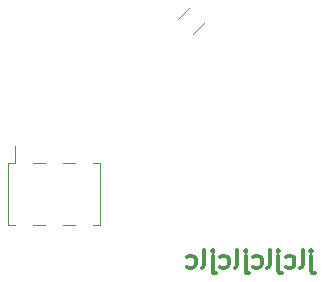
<source format=gbr>
G04 #@! TF.GenerationSoftware,KiCad,Pcbnew,(6.99.0-2452-gdb4f2d9dd8)*
G04 #@! TF.CreationDate,2022-07-21T17:42:46-08:00*
G04 #@! TF.ProjectId,B2,42322e6b-6963-4616-945f-706362585858,rev?*
G04 #@! TF.SameCoordinates,Original*
G04 #@! TF.FileFunction,Legend,Bot*
G04 #@! TF.FilePolarity,Positive*
%FSLAX46Y46*%
G04 Gerber Fmt 4.6, Leading zero omitted, Abs format (unit mm)*
G04 Created by KiCad (PCBNEW (6.99.0-2452-gdb4f2d9dd8)) date 2022-07-21 17:42:46*
%MOMM*%
%LPD*%
G01*
G04 APERTURE LIST*
G04 Aperture macros list*
%AMRoundRect*
0 Rectangle with rounded corners*
0 $1 Rounding radius*
0 $2 $3 $4 $5 $6 $7 $8 $9 X,Y pos of 4 corners*
0 Add a 4 corners polygon primitive as box body*
4,1,4,$2,$3,$4,$5,$6,$7,$8,$9,$2,$3,0*
0 Add four circle primitives for the rounded corners*
1,1,$1+$1,$2,$3*
1,1,$1+$1,$4,$5*
1,1,$1+$1,$6,$7*
1,1,$1+$1,$8,$9*
0 Add four rect primitives between the rounded corners*
20,1,$1+$1,$2,$3,$4,$5,0*
20,1,$1+$1,$4,$5,$6,$7,0*
20,1,$1+$1,$6,$7,$8,$9,0*
20,1,$1+$1,$8,$9,$2,$3,0*%
G04 Aperture macros list end*
%ADD10C,0.300000*%
%ADD11C,0.120000*%
%ADD12C,0.078000*%
%ADD13RoundRect,0.250000X0.159099X-0.724784X0.724784X-0.159099X-0.159099X0.724784X-0.724784X0.159099X0*%
%ADD14R,1.000000X3.150000*%
%ADD15RoundRect,0.250001X0.462499X0.624999X-0.462499X0.624999X-0.462499X-0.624999X0.462499X-0.624999X0*%
G04 APERTURE END LIST*
D10*
X155114285Y-101851071D02*
X155114285Y-103136785D01*
X155114285Y-103136785D02*
X155185713Y-103279642D01*
X155185713Y-103279642D02*
X155328570Y-103351071D01*
X155328570Y-103351071D02*
X155399999Y-103351071D01*
X155114285Y-101351071D02*
X155185713Y-101422500D01*
X155185713Y-101422500D02*
X155114285Y-101493928D01*
X155114285Y-101493928D02*
X155042856Y-101422500D01*
X155042856Y-101422500D02*
X155114285Y-101351071D01*
X155114285Y-101351071D02*
X155114285Y-101493928D01*
X154185713Y-102851071D02*
X154328570Y-102779642D01*
X154328570Y-102779642D02*
X154399999Y-102636785D01*
X154399999Y-102636785D02*
X154399999Y-101351071D01*
X152971428Y-102779642D02*
X153114285Y-102851071D01*
X153114285Y-102851071D02*
X153399999Y-102851071D01*
X153399999Y-102851071D02*
X153542856Y-102779642D01*
X153542856Y-102779642D02*
X153614285Y-102708214D01*
X153614285Y-102708214D02*
X153685713Y-102565357D01*
X153685713Y-102565357D02*
X153685713Y-102136785D01*
X153685713Y-102136785D02*
X153614285Y-101993928D01*
X153614285Y-101993928D02*
X153542856Y-101922500D01*
X153542856Y-101922500D02*
X153399999Y-101851071D01*
X153399999Y-101851071D02*
X153114285Y-101851071D01*
X153114285Y-101851071D02*
X152971428Y-101922500D01*
X152328571Y-101851071D02*
X152328571Y-103136785D01*
X152328571Y-103136785D02*
X152399999Y-103279642D01*
X152399999Y-103279642D02*
X152542856Y-103351071D01*
X152542856Y-103351071D02*
X152614285Y-103351071D01*
X152328571Y-101351071D02*
X152399999Y-101422500D01*
X152399999Y-101422500D02*
X152328571Y-101493928D01*
X152328571Y-101493928D02*
X152257142Y-101422500D01*
X152257142Y-101422500D02*
X152328571Y-101351071D01*
X152328571Y-101351071D02*
X152328571Y-101493928D01*
X151399999Y-102851071D02*
X151542856Y-102779642D01*
X151542856Y-102779642D02*
X151614285Y-102636785D01*
X151614285Y-102636785D02*
X151614285Y-101351071D01*
X150185714Y-102779642D02*
X150328571Y-102851071D01*
X150328571Y-102851071D02*
X150614285Y-102851071D01*
X150614285Y-102851071D02*
X150757142Y-102779642D01*
X150757142Y-102779642D02*
X150828571Y-102708214D01*
X150828571Y-102708214D02*
X150899999Y-102565357D01*
X150899999Y-102565357D02*
X150899999Y-102136785D01*
X150899999Y-102136785D02*
X150828571Y-101993928D01*
X150828571Y-101993928D02*
X150757142Y-101922500D01*
X150757142Y-101922500D02*
X150614285Y-101851071D01*
X150614285Y-101851071D02*
X150328571Y-101851071D01*
X150328571Y-101851071D02*
X150185714Y-101922500D01*
X149542857Y-101851071D02*
X149542857Y-103136785D01*
X149542857Y-103136785D02*
X149614285Y-103279642D01*
X149614285Y-103279642D02*
X149757142Y-103351071D01*
X149757142Y-103351071D02*
X149828571Y-103351071D01*
X149542857Y-101351071D02*
X149614285Y-101422500D01*
X149614285Y-101422500D02*
X149542857Y-101493928D01*
X149542857Y-101493928D02*
X149471428Y-101422500D01*
X149471428Y-101422500D02*
X149542857Y-101351071D01*
X149542857Y-101351071D02*
X149542857Y-101493928D01*
X148614285Y-102851071D02*
X148757142Y-102779642D01*
X148757142Y-102779642D02*
X148828571Y-102636785D01*
X148828571Y-102636785D02*
X148828571Y-101351071D01*
X147400000Y-102779642D02*
X147542857Y-102851071D01*
X147542857Y-102851071D02*
X147828571Y-102851071D01*
X147828571Y-102851071D02*
X147971428Y-102779642D01*
X147971428Y-102779642D02*
X148042857Y-102708214D01*
X148042857Y-102708214D02*
X148114285Y-102565357D01*
X148114285Y-102565357D02*
X148114285Y-102136785D01*
X148114285Y-102136785D02*
X148042857Y-101993928D01*
X148042857Y-101993928D02*
X147971428Y-101922500D01*
X147971428Y-101922500D02*
X147828571Y-101851071D01*
X147828571Y-101851071D02*
X147542857Y-101851071D01*
X147542857Y-101851071D02*
X147400000Y-101922500D01*
X146757143Y-101851071D02*
X146757143Y-103136785D01*
X146757143Y-103136785D02*
X146828571Y-103279642D01*
X146828571Y-103279642D02*
X146971428Y-103351071D01*
X146971428Y-103351071D02*
X147042857Y-103351071D01*
X146757143Y-101351071D02*
X146828571Y-101422500D01*
X146828571Y-101422500D02*
X146757143Y-101493928D01*
X146757143Y-101493928D02*
X146685714Y-101422500D01*
X146685714Y-101422500D02*
X146757143Y-101351071D01*
X146757143Y-101351071D02*
X146757143Y-101493928D01*
X145828571Y-102851071D02*
X145971428Y-102779642D01*
X145971428Y-102779642D02*
X146042857Y-102636785D01*
X146042857Y-102636785D02*
X146042857Y-101351071D01*
X144614286Y-102779642D02*
X144757143Y-102851071D01*
X144757143Y-102851071D02*
X145042857Y-102851071D01*
X145042857Y-102851071D02*
X145185714Y-102779642D01*
X145185714Y-102779642D02*
X145257143Y-102708214D01*
X145257143Y-102708214D02*
X145328571Y-102565357D01*
X145328571Y-102565357D02*
X145328571Y-102136785D01*
X145328571Y-102136785D02*
X145257143Y-101993928D01*
X145257143Y-101993928D02*
X145185714Y-101922500D01*
X145185714Y-101922500D02*
X145042857Y-101851071D01*
X145042857Y-101851071D02*
X144757143Y-101851071D01*
X144757143Y-101851071D02*
X144614286Y-101922500D01*
D11*
X143796405Y-81806661D02*
X144824629Y-80778437D01*
X145083339Y-83093595D02*
X146111563Y-82065371D01*
X130040000Y-92580000D02*
X130040000Y-94020000D01*
X137210000Y-94020000D02*
X137210000Y-99220000D01*
X136640000Y-94020000D02*
X137210000Y-94020000D01*
X134100000Y-94020000D02*
X135120000Y-94020000D01*
X131560000Y-94020000D02*
X132580000Y-94020000D01*
X129470000Y-94020000D02*
X130040000Y-94020000D01*
X129470000Y-94020000D02*
X129470000Y-99220000D01*
X136640000Y-99220000D02*
X137210000Y-99220000D01*
X134100000Y-99220000D02*
X135120000Y-99220000D01*
X131560000Y-99220000D02*
X132580000Y-99220000D01*
X129470000Y-99220000D02*
X130040000Y-99220000D01*
%LPC*%
D12*
G36*
X150166430Y-79715654D02*
G01*
X150190002Y-79720340D01*
X150211247Y-79728146D01*
X150230285Y-79739158D01*
X150247237Y-79753459D01*
X150262223Y-79771134D01*
X150275362Y-79792267D01*
X150286777Y-79816945D01*
X150296587Y-79845250D01*
X150304912Y-79877268D01*
X150311872Y-79913084D01*
X150317589Y-79952782D01*
X150325773Y-80044163D01*
X150330427Y-80152088D01*
X150332513Y-80277236D01*
X150332994Y-80420283D01*
X150331664Y-80637514D01*
X150329641Y-80728022D01*
X150326392Y-80807563D01*
X150321676Y-80876966D01*
X150315253Y-80937059D01*
X150306883Y-80988672D01*
X150296324Y-81032631D01*
X150283337Y-81069767D01*
X150267680Y-81100908D01*
X150249113Y-81126882D01*
X150227397Y-81148518D01*
X150202289Y-81166644D01*
X150173550Y-81182090D01*
X150140940Y-81195684D01*
X150104217Y-81208254D01*
X150077878Y-81218544D01*
X150046326Y-81234223D01*
X150009977Y-81254967D01*
X149969249Y-81280454D01*
X149924559Y-81310360D01*
X149876324Y-81344362D01*
X149824960Y-81382137D01*
X149770886Y-81423361D01*
X149714517Y-81467713D01*
X149656272Y-81514867D01*
X149535819Y-81616294D01*
X149474446Y-81669920D01*
X149412864Y-81725056D01*
X149351490Y-81781380D01*
X149290743Y-81838569D01*
X148706046Y-82396273D01*
X148368010Y-81969468D01*
X148029973Y-81542660D01*
X148215401Y-81217119D01*
X148276339Y-81115650D01*
X148343454Y-81014041D01*
X148416141Y-80912872D01*
X148493797Y-80812718D01*
X148575818Y-80714157D01*
X148661600Y-80617765D01*
X148750540Y-80524120D01*
X148842033Y-80433800D01*
X148935475Y-80347380D01*
X149030263Y-80265438D01*
X149125793Y-80188551D01*
X149221462Y-80117297D01*
X149316664Y-80052252D01*
X149410797Y-79993993D01*
X149503257Y-79943098D01*
X149593439Y-79900143D01*
X149719109Y-79845820D01*
X149829692Y-79799914D01*
X149926150Y-79763102D01*
X150009447Y-79736061D01*
X150046461Y-79726417D01*
X150080546Y-79719469D01*
X150111822Y-79715303D01*
X150140410Y-79714003D01*
X150166430Y-79715654D01*
G37*
X150166430Y-79715654D02*
X150190002Y-79720340D01*
X150211247Y-79728146D01*
X150230285Y-79739158D01*
X150247237Y-79753459D01*
X150262223Y-79771134D01*
X150275362Y-79792267D01*
X150286777Y-79816945D01*
X150296587Y-79845250D01*
X150304912Y-79877268D01*
X150311872Y-79913084D01*
X150317589Y-79952782D01*
X150325773Y-80044163D01*
X150330427Y-80152088D01*
X150332513Y-80277236D01*
X150332994Y-80420283D01*
X150331664Y-80637514D01*
X150329641Y-80728022D01*
X150326392Y-80807563D01*
X150321676Y-80876966D01*
X150315253Y-80937059D01*
X150306883Y-80988672D01*
X150296324Y-81032631D01*
X150283337Y-81069767D01*
X150267680Y-81100908D01*
X150249113Y-81126882D01*
X150227397Y-81148518D01*
X150202289Y-81166644D01*
X150173550Y-81182090D01*
X150140940Y-81195684D01*
X150104217Y-81208254D01*
X150077878Y-81218544D01*
X150046326Y-81234223D01*
X150009977Y-81254967D01*
X149969249Y-81280454D01*
X149924559Y-81310360D01*
X149876324Y-81344362D01*
X149824960Y-81382137D01*
X149770886Y-81423361D01*
X149714517Y-81467713D01*
X149656272Y-81514867D01*
X149535819Y-81616294D01*
X149474446Y-81669920D01*
X149412864Y-81725056D01*
X149351490Y-81781380D01*
X149290743Y-81838569D01*
X148706046Y-82396273D01*
X148368010Y-81969468D01*
X148029973Y-81542660D01*
X148215401Y-81217119D01*
X148276339Y-81115650D01*
X148343454Y-81014041D01*
X148416141Y-80912872D01*
X148493797Y-80812718D01*
X148575818Y-80714157D01*
X148661600Y-80617765D01*
X148750540Y-80524120D01*
X148842033Y-80433800D01*
X148935475Y-80347380D01*
X149030263Y-80265438D01*
X149125793Y-80188551D01*
X149221462Y-80117297D01*
X149316664Y-80052252D01*
X149410797Y-79993993D01*
X149503257Y-79943098D01*
X149593439Y-79900143D01*
X149719109Y-79845820D01*
X149829692Y-79799914D01*
X149926150Y-79763102D01*
X150009447Y-79736061D01*
X150046461Y-79726417D01*
X150080546Y-79719469D01*
X150111822Y-79715303D01*
X150140410Y-79714003D01*
X150166430Y-79715654D01*
G36*
X147958445Y-82181808D02*
G01*
X147963059Y-82182938D01*
X147968323Y-82184800D01*
X147974215Y-82187373D01*
X147987794Y-82194582D01*
X148003617Y-82204415D01*
X148021504Y-82216724D01*
X148041277Y-82231358D01*
X148062757Y-82248170D01*
X148085765Y-82267008D01*
X148110122Y-82287724D01*
X148135650Y-82310168D01*
X148162170Y-82334192D01*
X148189502Y-82359645D01*
X148217468Y-82386379D01*
X148245890Y-82414243D01*
X148274587Y-82443089D01*
X148303382Y-82472768D01*
X148351386Y-82523164D01*
X148393241Y-82568257D01*
X148429122Y-82609030D01*
X148444876Y-82628103D01*
X148459202Y-82646464D01*
X148472122Y-82664237D01*
X148483657Y-82681542D01*
X148493829Y-82698505D01*
X148502661Y-82715247D01*
X148510173Y-82731890D01*
X148516388Y-82748559D01*
X148521327Y-82765375D01*
X148525012Y-82782462D01*
X148527466Y-82799942D01*
X148528709Y-82817937D01*
X148528764Y-82836572D01*
X148527652Y-82855967D01*
X148525396Y-82876248D01*
X148522017Y-82897535D01*
X148517536Y-82919951D01*
X148511976Y-82943621D01*
X148497706Y-82995209D01*
X148479380Y-83053280D01*
X148457173Y-83118817D01*
X148431259Y-83192802D01*
X148399441Y-83291599D01*
X148366984Y-83408286D01*
X148334796Y-83538555D01*
X148303786Y-83678100D01*
X148274864Y-83822614D01*
X148248936Y-83967789D01*
X148226913Y-84109319D01*
X148209703Y-84242897D01*
X148194692Y-84364642D01*
X148178610Y-84472190D01*
X148161122Y-84565761D01*
X148141896Y-84645575D01*
X148131527Y-84680393D01*
X148120598Y-84711854D01*
X148109068Y-84739987D01*
X148096894Y-84764818D01*
X148084036Y-84786376D01*
X148070452Y-84804688D01*
X148056100Y-84819782D01*
X148040938Y-84831685D01*
X148024925Y-84840425D01*
X148008018Y-84846029D01*
X147990177Y-84848526D01*
X147971360Y-84847942D01*
X147951525Y-84844305D01*
X147930630Y-84837643D01*
X147908633Y-84827984D01*
X147885494Y-84815354D01*
X147861170Y-84799782D01*
X147835619Y-84781296D01*
X147780672Y-84735688D01*
X147720320Y-84678753D01*
X147654228Y-84610710D01*
X147654231Y-84610709D01*
X147617075Y-84570197D01*
X147584204Y-84531938D01*
X147555459Y-84495177D01*
X147542583Y-84477124D01*
X147530678Y-84459162D01*
X147519725Y-84441199D01*
X147509703Y-84423140D01*
X147500592Y-84404891D01*
X147492373Y-84386357D01*
X147485025Y-84367445D01*
X147478528Y-84348060D01*
X147472863Y-84328109D01*
X147468009Y-84307496D01*
X147463946Y-84286129D01*
X147460655Y-84263913D01*
X147458115Y-84240753D01*
X147456307Y-84216556D01*
X147455209Y-84191228D01*
X147454804Y-84164673D01*
X147455986Y-84107511D01*
X147459694Y-84044316D01*
X147465767Y-83974336D01*
X147474047Y-83896817D01*
X147484371Y-83811007D01*
X147501505Y-83689014D01*
X147522977Y-83560331D01*
X147576616Y-83290933D01*
X147640652Y-83018885D01*
X147710448Y-82760260D01*
X147781368Y-82531129D01*
X147848775Y-82347565D01*
X147879713Y-82277893D01*
X147908033Y-82225640D01*
X147933156Y-82192815D01*
X147944338Y-82184316D01*
X147954503Y-82181427D01*
X147958445Y-82181808D01*
G37*
X147958445Y-82181808D02*
X147963059Y-82182938D01*
X147968323Y-82184800D01*
X147974215Y-82187373D01*
X147987794Y-82194582D01*
X148003617Y-82204415D01*
X148021504Y-82216724D01*
X148041277Y-82231358D01*
X148062757Y-82248170D01*
X148085765Y-82267008D01*
X148110122Y-82287724D01*
X148135650Y-82310168D01*
X148162170Y-82334192D01*
X148189502Y-82359645D01*
X148217468Y-82386379D01*
X148245890Y-82414243D01*
X148274587Y-82443089D01*
X148303382Y-82472768D01*
X148351386Y-82523164D01*
X148393241Y-82568257D01*
X148429122Y-82609030D01*
X148444876Y-82628103D01*
X148459202Y-82646464D01*
X148472122Y-82664237D01*
X148483657Y-82681542D01*
X148493829Y-82698505D01*
X148502661Y-82715247D01*
X148510173Y-82731890D01*
X148516388Y-82748559D01*
X148521327Y-82765375D01*
X148525012Y-82782462D01*
X148527466Y-82799942D01*
X148528709Y-82817937D01*
X148528764Y-82836572D01*
X148527652Y-82855967D01*
X148525396Y-82876248D01*
X148522017Y-82897535D01*
X148517536Y-82919951D01*
X148511976Y-82943621D01*
X148497706Y-82995209D01*
X148479380Y-83053280D01*
X148457173Y-83118817D01*
X148431259Y-83192802D01*
X148399441Y-83291599D01*
X148366984Y-83408286D01*
X148334796Y-83538555D01*
X148303786Y-83678100D01*
X148274864Y-83822614D01*
X148248936Y-83967789D01*
X148226913Y-84109319D01*
X148209703Y-84242897D01*
X148194692Y-84364642D01*
X148178610Y-84472190D01*
X148161122Y-84565761D01*
X148141896Y-84645575D01*
X148131527Y-84680393D01*
X148120598Y-84711854D01*
X148109068Y-84739987D01*
X148096894Y-84764818D01*
X148084036Y-84786376D01*
X148070452Y-84804688D01*
X148056100Y-84819782D01*
X148040938Y-84831685D01*
X148024925Y-84840425D01*
X148008018Y-84846029D01*
X147990177Y-84848526D01*
X147971360Y-84847942D01*
X147951525Y-84844305D01*
X147930630Y-84837643D01*
X147908633Y-84827984D01*
X147885494Y-84815354D01*
X147861170Y-84799782D01*
X147835619Y-84781296D01*
X147780672Y-84735688D01*
X147720320Y-84678753D01*
X147654228Y-84610710D01*
X147654231Y-84610709D01*
X147617075Y-84570197D01*
X147584204Y-84531938D01*
X147555459Y-84495177D01*
X147542583Y-84477124D01*
X147530678Y-84459162D01*
X147519725Y-84441199D01*
X147509703Y-84423140D01*
X147500592Y-84404891D01*
X147492373Y-84386357D01*
X147485025Y-84367445D01*
X147478528Y-84348060D01*
X147472863Y-84328109D01*
X147468009Y-84307496D01*
X147463946Y-84286129D01*
X147460655Y-84263913D01*
X147458115Y-84240753D01*
X147456307Y-84216556D01*
X147455209Y-84191228D01*
X147454804Y-84164673D01*
X147455986Y-84107511D01*
X147459694Y-84044316D01*
X147465767Y-83974336D01*
X147474047Y-83896817D01*
X147484371Y-83811007D01*
X147501505Y-83689014D01*
X147522977Y-83560331D01*
X147576616Y-83290933D01*
X147640652Y-83018885D01*
X147710448Y-82760260D01*
X147781368Y-82531129D01*
X147848775Y-82347565D01*
X147879713Y-82277893D01*
X147908033Y-82225640D01*
X147933156Y-82192815D01*
X147944338Y-82184316D01*
X147954503Y-82181427D01*
X147958445Y-82181808D01*
G36*
X150811551Y-79710059D02*
G01*
X150885031Y-79724874D01*
X150967952Y-79748482D01*
X151058656Y-79779998D01*
X151155481Y-79818536D01*
X151256769Y-79863210D01*
X151360860Y-79913135D01*
X151466095Y-79967425D01*
X151570813Y-80025193D01*
X151673356Y-80085555D01*
X151772063Y-80147624D01*
X151865275Y-80210516D01*
X151951333Y-80273343D01*
X152028577Y-80335220D01*
X152095348Y-80395261D01*
X152149985Y-80452581D01*
X152199151Y-80511283D01*
X152255569Y-80581573D01*
X152317251Y-80660803D01*
X152382207Y-80746325D01*
X152448448Y-80835489D01*
X152513984Y-80925647D01*
X152576827Y-81014151D01*
X152634985Y-81098351D01*
X152685451Y-81173714D01*
X152728743Y-81241748D01*
X152764656Y-81303703D01*
X152779781Y-81332793D01*
X152792985Y-81360832D01*
X152804241Y-81387977D01*
X152813524Y-81414384D01*
X152820809Y-81440211D01*
X152826070Y-81465613D01*
X152829281Y-81490746D01*
X152830416Y-81515769D01*
X152829451Y-81540835D01*
X152826359Y-81566103D01*
X152821115Y-81591729D01*
X152813693Y-81617868D01*
X152804067Y-81644678D01*
X152792212Y-81672315D01*
X152778103Y-81700935D01*
X152761713Y-81730695D01*
X152743017Y-81761751D01*
X152721989Y-81794260D01*
X152672837Y-81864261D01*
X152614050Y-81941949D01*
X152545425Y-82028577D01*
X152466756Y-82125396D01*
X152216998Y-82430524D01*
X151550000Y-81790037D01*
X151412507Y-81661377D01*
X151277459Y-81541348D01*
X151148296Y-81432577D01*
X151028460Y-81337692D01*
X150921390Y-81259320D01*
X150873718Y-81227146D01*
X150830527Y-81200087D01*
X150792249Y-81178469D01*
X150759312Y-81162620D01*
X150732147Y-81152871D01*
X150711184Y-81149548D01*
X150698028Y-81149193D01*
X150685536Y-81148084D01*
X150673691Y-81146152D01*
X150662478Y-81143329D01*
X150651881Y-81139548D01*
X150641882Y-81134741D01*
X150632467Y-81128840D01*
X150623618Y-81121777D01*
X150615320Y-81113485D01*
X150607557Y-81103894D01*
X150600313Y-81092938D01*
X150593571Y-81080549D01*
X150587315Y-81066658D01*
X150581529Y-81051199D01*
X150576197Y-81034102D01*
X150571303Y-81015300D01*
X150566831Y-80994726D01*
X150562764Y-80972311D01*
X150559087Y-80947988D01*
X150555783Y-80921688D01*
X150552835Y-80893345D01*
X150550229Y-80862889D01*
X150547948Y-80830253D01*
X150545975Y-80795369D01*
X150544295Y-80758170D01*
X150542891Y-80718587D01*
X150540849Y-80632000D01*
X150539717Y-80535064D01*
X150539369Y-80427236D01*
X150540552Y-80207437D01*
X150545296Y-80037010D01*
X150549566Y-79968378D01*
X150555400Y-79909770D01*
X150563023Y-79860413D01*
X150572659Y-79819533D01*
X150584533Y-79786359D01*
X150598869Y-79760115D01*
X150607031Y-79749351D01*
X150615892Y-79740030D01*
X150625482Y-79732056D01*
X150635827Y-79725331D01*
X150658898Y-79715243D01*
X150685329Y-79708995D01*
X150715346Y-79705813D01*
X150749172Y-79704925D01*
X150811551Y-79710059D01*
G37*
X150811551Y-79710059D02*
X150885031Y-79724874D01*
X150967952Y-79748482D01*
X151058656Y-79779998D01*
X151155481Y-79818536D01*
X151256769Y-79863210D01*
X151360860Y-79913135D01*
X151466095Y-79967425D01*
X151570813Y-80025193D01*
X151673356Y-80085555D01*
X151772063Y-80147624D01*
X151865275Y-80210516D01*
X151951333Y-80273343D01*
X152028577Y-80335220D01*
X152095348Y-80395261D01*
X152149985Y-80452581D01*
X152199151Y-80511283D01*
X152255569Y-80581573D01*
X152317251Y-80660803D01*
X152382207Y-80746325D01*
X152448448Y-80835489D01*
X152513984Y-80925647D01*
X152576827Y-81014151D01*
X152634985Y-81098351D01*
X152685451Y-81173714D01*
X152728743Y-81241748D01*
X152764656Y-81303703D01*
X152779781Y-81332793D01*
X152792985Y-81360832D01*
X152804241Y-81387977D01*
X152813524Y-81414384D01*
X152820809Y-81440211D01*
X152826070Y-81465613D01*
X152829281Y-81490746D01*
X152830416Y-81515769D01*
X152829451Y-81540835D01*
X152826359Y-81566103D01*
X152821115Y-81591729D01*
X152813693Y-81617868D01*
X152804067Y-81644678D01*
X152792212Y-81672315D01*
X152778103Y-81700935D01*
X152761713Y-81730695D01*
X152743017Y-81761751D01*
X152721989Y-81794260D01*
X152672837Y-81864261D01*
X152614050Y-81941949D01*
X152545425Y-82028577D01*
X152466756Y-82125396D01*
X152216998Y-82430524D01*
X151550000Y-81790037D01*
X151412507Y-81661377D01*
X151277459Y-81541348D01*
X151148296Y-81432577D01*
X151028460Y-81337692D01*
X150921390Y-81259320D01*
X150873718Y-81227146D01*
X150830527Y-81200087D01*
X150792249Y-81178469D01*
X150759312Y-81162620D01*
X150732147Y-81152871D01*
X150711184Y-81149548D01*
X150698028Y-81149193D01*
X150685536Y-81148084D01*
X150673691Y-81146152D01*
X150662478Y-81143329D01*
X150651881Y-81139548D01*
X150641882Y-81134741D01*
X150632467Y-81128840D01*
X150623618Y-81121777D01*
X150615320Y-81113485D01*
X150607557Y-81103894D01*
X150600313Y-81092938D01*
X150593571Y-81080549D01*
X150587315Y-81066658D01*
X150581529Y-81051199D01*
X150576197Y-81034102D01*
X150571303Y-81015300D01*
X150566831Y-80994726D01*
X150562764Y-80972311D01*
X150559087Y-80947988D01*
X150555783Y-80921688D01*
X150552835Y-80893345D01*
X150550229Y-80862889D01*
X150547948Y-80830253D01*
X150545975Y-80795369D01*
X150544295Y-80758170D01*
X150542891Y-80718587D01*
X150540849Y-80632000D01*
X150539717Y-80535064D01*
X150539369Y-80427236D01*
X150540552Y-80207437D01*
X150545296Y-80037010D01*
X150549566Y-79968378D01*
X150555400Y-79909770D01*
X150563023Y-79860413D01*
X150572659Y-79819533D01*
X150584533Y-79786359D01*
X150598869Y-79760115D01*
X150607031Y-79749351D01*
X150615892Y-79740030D01*
X150625482Y-79732056D01*
X150635827Y-79725331D01*
X150658898Y-79715243D01*
X150685329Y-79708995D01*
X150715346Y-79705813D01*
X150749172Y-79704925D01*
X150811551Y-79710059D01*
G36*
X152982047Y-82152493D02*
G01*
X152991809Y-82153736D01*
X153001354Y-82155920D01*
X153010709Y-82159034D01*
X153019904Y-82163065D01*
X153028967Y-82167999D01*
X153037928Y-82173825D01*
X153046814Y-82180529D01*
X153055656Y-82188099D01*
X153073319Y-82205789D01*
X153090520Y-82226964D01*
X153108223Y-82253290D01*
X153144859Y-82320278D01*
X153182679Y-82404530D01*
X153221131Y-82503824D01*
X153259666Y-82615936D01*
X153297735Y-82738645D01*
X153334787Y-82869726D01*
X153370274Y-83006959D01*
X153403644Y-83148118D01*
X153434349Y-83290983D01*
X153461838Y-83433330D01*
X153485562Y-83572936D01*
X153504972Y-83707578D01*
X153519516Y-83835035D01*
X153528646Y-83953082D01*
X153531811Y-84059498D01*
X153531250Y-84128982D01*
X153529451Y-84192496D01*
X153526241Y-84250471D01*
X153521448Y-84303344D01*
X153514898Y-84351546D01*
X153506419Y-84395513D01*
X153495837Y-84435678D01*
X153482980Y-84472474D01*
X153467676Y-84506337D01*
X153449750Y-84537698D01*
X153429030Y-84566993D01*
X153405343Y-84594655D01*
X153378517Y-84621118D01*
X153348378Y-84646816D01*
X153314754Y-84672183D01*
X153277471Y-84697652D01*
X153222987Y-84732959D01*
X153174042Y-84763717D01*
X153130280Y-84789961D01*
X153091341Y-84811723D01*
X153056867Y-84829036D01*
X153026501Y-84841933D01*
X153012746Y-84846736D01*
X152999883Y-84850448D01*
X152987868Y-84853072D01*
X152976656Y-84854613D01*
X152966203Y-84855075D01*
X152956462Y-84854462D01*
X152947391Y-84852778D01*
X152938943Y-84850027D01*
X152931074Y-84846214D01*
X152923739Y-84841342D01*
X152916894Y-84835417D01*
X152910494Y-84828441D01*
X152904493Y-84820419D01*
X152898848Y-84811355D01*
X152888444Y-84790118D01*
X152878923Y-84764764D01*
X152869928Y-84735326D01*
X152869928Y-84735314D01*
X152860557Y-84696767D01*
X152847796Y-84636379D01*
X152814371Y-84462351D01*
X152774182Y-84237777D01*
X152731759Y-83987205D01*
X152708470Y-83856042D01*
X152681289Y-83720545D01*
X152651201Y-83584619D01*
X152619190Y-83452168D01*
X152586242Y-83327096D01*
X152553342Y-83213309D01*
X152521475Y-83114711D01*
X152491625Y-83035206D01*
X152468790Y-82979350D01*
X152449425Y-82929247D01*
X152433727Y-82884107D01*
X152421896Y-82843139D01*
X152417492Y-82823972D01*
X152414129Y-82805551D01*
X152411831Y-82787777D01*
X152410625Y-82770551D01*
X152410533Y-82753775D01*
X152411582Y-82737350D01*
X152413796Y-82721176D01*
X152417200Y-82705154D01*
X152421818Y-82689187D01*
X152427675Y-82673174D01*
X152434797Y-82657017D01*
X152443208Y-82640616D01*
X152452933Y-82623874D01*
X152463996Y-82606691D01*
X152476423Y-82588969D01*
X152490238Y-82570607D01*
X152522131Y-82531572D01*
X152559876Y-82488795D01*
X152603669Y-82441486D01*
X152653710Y-82388851D01*
X152696574Y-82344756D01*
X152736143Y-82305484D01*
X152772647Y-82270936D01*
X152806317Y-82241009D01*
X152837384Y-82215604D01*
X152866080Y-82194621D01*
X152892633Y-82177957D01*
X152905179Y-82171214D01*
X152917276Y-82165513D01*
X152928953Y-82160842D01*
X152940239Y-82157188D01*
X152951162Y-82154539D01*
X152961752Y-82152882D01*
X152972037Y-82152204D01*
X152982047Y-82152493D01*
G37*
X152982047Y-82152493D02*
X152991809Y-82153736D01*
X153001354Y-82155920D01*
X153010709Y-82159034D01*
X153019904Y-82163065D01*
X153028967Y-82167999D01*
X153037928Y-82173825D01*
X153046814Y-82180529D01*
X153055656Y-82188099D01*
X153073319Y-82205789D01*
X153090520Y-82226964D01*
X153108223Y-82253290D01*
X153144859Y-82320278D01*
X153182679Y-82404530D01*
X153221131Y-82503824D01*
X153259666Y-82615936D01*
X153297735Y-82738645D01*
X153334787Y-82869726D01*
X153370274Y-83006959D01*
X153403644Y-83148118D01*
X153434349Y-83290983D01*
X153461838Y-83433330D01*
X153485562Y-83572936D01*
X153504972Y-83707578D01*
X153519516Y-83835035D01*
X153528646Y-83953082D01*
X153531811Y-84059498D01*
X153531250Y-84128982D01*
X153529451Y-84192496D01*
X153526241Y-84250471D01*
X153521448Y-84303344D01*
X153514898Y-84351546D01*
X153506419Y-84395513D01*
X153495837Y-84435678D01*
X153482980Y-84472474D01*
X153467676Y-84506337D01*
X153449750Y-84537698D01*
X153429030Y-84566993D01*
X153405343Y-84594655D01*
X153378517Y-84621118D01*
X153348378Y-84646816D01*
X153314754Y-84672183D01*
X153277471Y-84697652D01*
X153222987Y-84732959D01*
X153174042Y-84763717D01*
X153130280Y-84789961D01*
X153091341Y-84811723D01*
X153056867Y-84829036D01*
X153026501Y-84841933D01*
X153012746Y-84846736D01*
X152999883Y-84850448D01*
X152987868Y-84853072D01*
X152976656Y-84854613D01*
X152966203Y-84855075D01*
X152956462Y-84854462D01*
X152947391Y-84852778D01*
X152938943Y-84850027D01*
X152931074Y-84846214D01*
X152923739Y-84841342D01*
X152916894Y-84835417D01*
X152910494Y-84828441D01*
X152904493Y-84820419D01*
X152898848Y-84811355D01*
X152888444Y-84790118D01*
X152878923Y-84764764D01*
X152869928Y-84735326D01*
X152869928Y-84735314D01*
X152860557Y-84696767D01*
X152847796Y-84636379D01*
X152814371Y-84462351D01*
X152774182Y-84237777D01*
X152731759Y-83987205D01*
X152708470Y-83856042D01*
X152681289Y-83720545D01*
X152651201Y-83584619D01*
X152619190Y-83452168D01*
X152586242Y-83327096D01*
X152553342Y-83213309D01*
X152521475Y-83114711D01*
X152491625Y-83035206D01*
X152468790Y-82979350D01*
X152449425Y-82929247D01*
X152433727Y-82884107D01*
X152421896Y-82843139D01*
X152417492Y-82823972D01*
X152414129Y-82805551D01*
X152411831Y-82787777D01*
X152410625Y-82770551D01*
X152410533Y-82753775D01*
X152411582Y-82737350D01*
X152413796Y-82721176D01*
X152417200Y-82705154D01*
X152421818Y-82689187D01*
X152427675Y-82673174D01*
X152434797Y-82657017D01*
X152443208Y-82640616D01*
X152452933Y-82623874D01*
X152463996Y-82606691D01*
X152476423Y-82588969D01*
X152490238Y-82570607D01*
X152522131Y-82531572D01*
X152559876Y-82488795D01*
X152603669Y-82441486D01*
X152653710Y-82388851D01*
X152696574Y-82344756D01*
X152736143Y-82305484D01*
X152772647Y-82270936D01*
X152806317Y-82241009D01*
X152837384Y-82215604D01*
X152866080Y-82194621D01*
X152892633Y-82177957D01*
X152905179Y-82171214D01*
X152917276Y-82165513D01*
X152928953Y-82160842D01*
X152940239Y-82157188D01*
X152951162Y-82154539D01*
X152961752Y-82152882D01*
X152972037Y-82152204D01*
X152982047Y-82152493D01*
D13*
X143857968Y-83032032D03*
X146050000Y-80840000D03*
D14*
X130799999Y-94094999D03*
X130799999Y-99144999D03*
X133339999Y-94094999D03*
X133339999Y-99144999D03*
X135879999Y-94094999D03*
X135879999Y-99144999D03*
D15*
X151797500Y-78710000D03*
X148822500Y-78710000D03*
M02*

</source>
